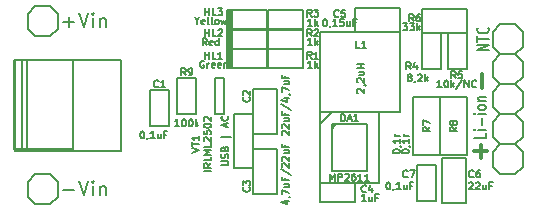
<source format=gto>
G04 #@! TF.GenerationSoftware,KiCad,Pcbnew,(5.1.5)-1*
G04 #@! TF.CreationDate,2020-06-21T00:53:37+02:00*
G04 #@! TF.ProjectId,MP2611,4d503236-3131-42e6-9b69-6361645f7063,rev?*
G04 #@! TF.SameCoordinates,Original*
G04 #@! TF.FileFunction,Legend,Top*
G04 #@! TF.FilePolarity,Positive*
%FSLAX45Y45*%
G04 Gerber Fmt 4.5, Leading zero omitted, Abs format (unit mm)*
G04 Created by KiCad (PCBNEW (5.1.5)-1) date 2020-06-21 00:53:37*
%MOMM*%
%LPD*%
G04 APERTURE LIST*
%ADD10C,0.300000*%
%ADD11C,0.150000*%
%ADD12C,0.127000*%
%ADD13C,0.149860*%
%ADD14C,0.158750*%
%ADD15C,0.160020*%
G04 APERTURE END LIST*
D10*
X12659914Y-5848343D02*
X12659914Y-5734057D01*
X12592057Y-6386114D02*
X12706343Y-6386114D01*
X12649200Y-6443257D02*
X12649200Y-6328971D01*
D11*
X8806400Y-5609400D02*
X8806400Y-6379400D01*
X8706400Y-5609400D02*
X8706400Y-6379400D01*
X9606400Y-6379400D02*
X8706400Y-6379400D01*
X9606400Y-5609400D02*
X9606400Y-6379400D01*
X8706400Y-5609400D02*
X9606400Y-5609400D01*
X8695000Y-6365000D02*
X8695000Y-5615000D01*
X9195000Y-6365000D02*
X8695000Y-6365000D01*
X8695000Y-5615000D02*
X9195000Y-5615000D01*
X8765000Y-6365000D02*
X8765000Y-5615000D01*
X9195000Y-6365000D02*
X9195000Y-5615000D01*
X12814300Y-5816600D02*
X12750800Y-5753100D01*
X12941300Y-5816600D02*
X12814300Y-5816600D01*
X13004800Y-5753100D02*
X13004800Y-5626100D01*
X12750800Y-5753100D02*
X12750800Y-5626100D01*
X13004800Y-5626100D02*
X12941300Y-5562600D01*
X12941300Y-5816600D02*
X13004800Y-5753100D01*
X12750800Y-5626100D02*
X12814300Y-5562600D01*
X12750800Y-5372100D02*
X12814300Y-5308600D01*
X12941300Y-5562600D02*
X13004800Y-5499100D01*
X13004800Y-5372100D02*
X12941300Y-5308600D01*
X12814300Y-5308600D02*
X12941300Y-5308600D01*
X12750800Y-5499100D02*
X12750800Y-5372100D01*
X13004800Y-5499100D02*
X13004800Y-5372100D01*
X12941300Y-5562600D02*
X12814300Y-5562600D01*
X12814300Y-5562600D02*
X12750800Y-5499100D01*
X12941300Y-5816600D02*
X13004800Y-5880100D01*
X12814300Y-5816600D02*
X12941300Y-5816600D01*
X12750800Y-5880100D02*
X12750800Y-6007100D01*
X13004800Y-5880100D02*
X13004800Y-6007100D01*
X12750800Y-6007100D02*
X12814300Y-6070600D01*
X12814300Y-5816600D02*
X12750800Y-5880100D01*
X13004800Y-6007100D02*
X12941300Y-6070600D01*
X13004800Y-6261100D02*
X12941300Y-6324600D01*
X12814300Y-6070600D02*
X12750800Y-6134100D01*
X12750800Y-6261100D02*
X12814300Y-6324600D01*
X12941300Y-6324600D02*
X12814300Y-6324600D01*
X13004800Y-6134100D02*
X13004800Y-6261100D01*
X12750800Y-6134100D02*
X12750800Y-6261100D01*
X12814300Y-6070600D02*
X12941300Y-6070600D01*
X12941300Y-6070600D02*
X13004800Y-6134100D01*
X8813800Y-5219700D02*
X8813800Y-5346700D01*
X9067800Y-5219700D02*
X9067800Y-5346700D01*
X9004300Y-5156200D02*
X8877300Y-5156200D01*
X9004300Y-5410200D02*
X8877300Y-5410200D01*
X9067800Y-5346700D02*
X9004300Y-5410200D01*
X9067800Y-5219700D02*
X9004300Y-5156200D01*
X8877300Y-5156200D02*
X8813800Y-5219700D01*
X8813800Y-5346700D02*
X8877300Y-5410200D01*
X8813800Y-6642100D02*
X8813800Y-6769100D01*
X9067800Y-6642100D02*
X9067800Y-6769100D01*
X9004300Y-6578600D02*
X8877300Y-6578600D01*
X9004300Y-6832600D02*
X8877300Y-6832600D01*
X9067800Y-6769100D02*
X9004300Y-6832600D01*
X9067800Y-6642100D02*
X9004300Y-6578600D01*
X8877300Y-6578600D02*
X8813800Y-6642100D01*
X8813800Y-6769100D02*
X8877300Y-6832600D01*
X12750800Y-6388100D02*
X12750800Y-6515100D01*
X13004800Y-6388100D02*
X13004800Y-6515100D01*
X12941300Y-6324600D02*
X12814300Y-6324600D01*
X12941300Y-6578600D02*
X12814300Y-6578600D01*
X13004800Y-6515100D02*
X12941300Y-6578600D01*
X13004800Y-6388100D02*
X12941300Y-6324600D01*
X12814300Y-6324600D02*
X12750800Y-6388100D01*
X12750800Y-6515100D02*
X12814300Y-6578600D01*
X11688210Y-6153810D02*
X11688210Y-6553810D01*
X11388210Y-6153810D02*
X11688210Y-6153810D01*
X11388210Y-6553810D02*
X11388210Y-6153810D01*
X11688210Y-6553810D02*
X11388210Y-6553810D01*
X11788210Y-6053810D02*
X11788210Y-6653810D01*
X11288210Y-6053810D02*
X11288210Y-6653810D01*
X11788210Y-6053810D02*
X11288210Y-6053810D01*
X11788210Y-6653810D02*
X11288210Y-6653810D01*
X11428210Y-6153810D02*
X11388210Y-6193810D01*
X11408210Y-6153810D02*
X11388210Y-6173810D01*
X11388210Y-6053810D02*
X11288210Y-6153810D01*
X9931400Y-6169800D02*
X9851400Y-6169800D01*
X9851400Y-6169800D02*
X9851400Y-5869800D01*
X9851400Y-5869800D02*
X10011400Y-5869800D01*
X10011400Y-5869800D02*
X10011400Y-6169800D01*
X10011400Y-6169800D02*
X9931400Y-6169800D01*
X10720400Y-6235200D02*
X10720400Y-5855200D01*
X10720400Y-5855200D02*
X10920400Y-5855200D01*
X10920400Y-5855200D02*
X10920400Y-6235200D01*
X10920400Y-6235200D02*
X10720400Y-6235200D01*
X10920400Y-6363200D02*
X10920400Y-6743200D01*
X10920400Y-6743200D02*
X10720400Y-6743200D01*
X10720400Y-6743200D02*
X10720400Y-6363200D01*
X10720400Y-6363200D02*
X10920400Y-6363200D01*
X11288120Y-6732990D02*
X11288120Y-6652990D01*
X11288120Y-6652990D02*
X11588120Y-6652990D01*
X11588120Y-6652990D02*
X11588120Y-6812990D01*
X11588120Y-6812990D02*
X11288120Y-6812990D01*
X11288120Y-6812990D02*
X11288120Y-6732990D01*
X11587800Y-5172570D02*
X11967800Y-5172570D01*
X11967800Y-5172570D02*
X11967800Y-5372570D01*
X11967800Y-5372570D02*
X11587800Y-5372570D01*
X11587800Y-5372570D02*
X11587800Y-5172570D01*
X12520600Y-6439400D02*
X12520600Y-6819400D01*
X12520600Y-6819400D02*
X12320600Y-6819400D01*
X12320600Y-6819400D02*
X12320600Y-6439400D01*
X12320600Y-6439400D02*
X12520600Y-6439400D01*
X12192000Y-6504800D02*
X12272000Y-6504800D01*
X12272000Y-6504800D02*
X12272000Y-6804800D01*
X12272000Y-6804800D02*
X12112000Y-6804800D01*
X12112000Y-6804800D02*
X12112000Y-6504800D01*
X12112000Y-6504800D02*
X12192000Y-6504800D01*
X10523400Y-5680700D02*
X10503400Y-5680700D01*
X10503400Y-5680700D02*
X10503400Y-5520700D01*
X10503400Y-5520700D02*
X10523400Y-5520700D01*
X10543400Y-5680700D02*
X10528400Y-5680700D01*
X10528400Y-5680700D02*
X10528400Y-5520700D01*
X10528400Y-5520700D02*
X10543400Y-5520700D01*
X10543400Y-5520700D02*
X10518400Y-5520700D01*
X10518400Y-5520700D02*
X10518400Y-5680700D01*
X10518400Y-5680700D02*
X10528400Y-5680700D01*
X10843400Y-5600700D02*
X10843400Y-5680700D01*
X10843400Y-5680700D02*
X10543400Y-5680700D01*
X10543400Y-5680700D02*
X10543400Y-5520700D01*
X10543400Y-5520700D02*
X10843400Y-5520700D01*
X10843400Y-5520700D02*
X10843400Y-5610700D01*
X10523400Y-5515600D02*
X10503400Y-5515600D01*
X10503400Y-5515600D02*
X10503400Y-5355600D01*
X10503400Y-5355600D02*
X10523400Y-5355600D01*
X10543400Y-5515600D02*
X10528400Y-5515600D01*
X10528400Y-5515600D02*
X10528400Y-5355600D01*
X10528400Y-5355600D02*
X10543400Y-5355600D01*
X10543400Y-5355600D02*
X10518400Y-5355600D01*
X10518400Y-5355600D02*
X10518400Y-5515600D01*
X10518400Y-5515600D02*
X10528400Y-5515600D01*
X10843400Y-5435600D02*
X10843400Y-5515600D01*
X10843400Y-5515600D02*
X10543400Y-5515600D01*
X10543400Y-5515600D02*
X10543400Y-5355600D01*
X10543400Y-5355600D02*
X10843400Y-5355600D01*
X10843400Y-5355600D02*
X10843400Y-5445600D01*
X10523400Y-5350500D02*
X10503400Y-5350500D01*
X10503400Y-5350500D02*
X10503400Y-5190500D01*
X10503400Y-5190500D02*
X10523400Y-5190500D01*
X10543400Y-5350500D02*
X10528400Y-5350500D01*
X10528400Y-5350500D02*
X10528400Y-5190500D01*
X10528400Y-5190500D02*
X10543400Y-5190500D01*
X10543400Y-5190500D02*
X10518400Y-5190500D01*
X10518400Y-5190500D02*
X10518400Y-5350500D01*
X10518400Y-5350500D02*
X10528400Y-5350500D01*
X10843400Y-5270500D02*
X10843400Y-5350500D01*
X10843400Y-5350500D02*
X10543400Y-5350500D01*
X10543400Y-5350500D02*
X10543400Y-5190500D01*
X10543400Y-5190500D02*
X10843400Y-5190500D01*
X10843400Y-5190500D02*
X10843400Y-5280500D01*
X11968630Y-5373780D02*
X11968630Y-6053780D01*
X11968630Y-6053780D02*
X11288630Y-6053780D01*
X11288630Y-6053780D02*
X11288630Y-5373780D01*
X11288630Y-5373780D02*
X11968630Y-5373780D01*
X10848200Y-5600700D02*
X10848200Y-5520700D01*
X10848200Y-5520700D02*
X11148200Y-5520700D01*
X11148200Y-5520700D02*
X11148200Y-5680700D01*
X11148200Y-5680700D02*
X10848200Y-5680700D01*
X10848200Y-5680700D02*
X10848200Y-5600700D01*
X11148200Y-5435600D02*
X11148200Y-5515600D01*
X11148200Y-5515600D02*
X10848200Y-5515600D01*
X10848200Y-5515600D02*
X10848200Y-5355600D01*
X10848200Y-5355600D02*
X11148200Y-5355600D01*
X11148200Y-5355600D02*
X11148200Y-5435600D01*
X11148200Y-5270500D02*
X11148200Y-5350500D01*
X11148200Y-5350500D02*
X10848200Y-5350500D01*
X10848200Y-5350500D02*
X10848200Y-5190500D01*
X10848200Y-5190500D02*
X11148200Y-5190500D01*
X11148200Y-5190500D02*
X11148200Y-5270500D01*
X12235000Y-5387200D02*
X12315000Y-5387200D01*
X12315000Y-5387200D02*
X12315000Y-5687200D01*
X12315000Y-5687200D02*
X12155000Y-5687200D01*
X12155000Y-5687200D02*
X12155000Y-5387200D01*
X12155000Y-5387200D02*
X12235000Y-5387200D01*
X12455200Y-5685900D02*
X12375200Y-5685900D01*
X12375200Y-5685900D02*
X12375200Y-5385900D01*
X12375200Y-5385900D02*
X12535200Y-5385900D01*
X12535200Y-5385900D02*
X12535200Y-5685900D01*
X12535200Y-5685900D02*
X12455200Y-5685900D01*
X12534400Y-5281330D02*
X12534400Y-5381330D01*
X12534400Y-5381330D02*
X12154400Y-5381330D01*
X12154400Y-5381330D02*
X12154400Y-5181330D01*
X12154400Y-5181330D02*
X12534400Y-5181330D01*
X12534400Y-5181330D02*
X12534400Y-5301330D01*
X12304100Y-5925200D02*
X12074100Y-5925200D01*
X12304100Y-5925200D02*
X12304100Y-6419200D01*
X12304100Y-6419200D02*
X12074100Y-6419200D01*
X12074100Y-6419200D02*
X12074100Y-5925200D01*
X12535600Y-5925200D02*
X12305600Y-5925200D01*
X12535600Y-5925200D02*
X12535600Y-6419200D01*
X12535600Y-6419200D02*
X12305600Y-6419200D01*
X12305600Y-6419200D02*
X12305600Y-5925200D01*
X10637400Y-6067480D02*
X10717400Y-6067480D01*
X10717400Y-6067480D02*
X10717400Y-6527480D01*
X10717400Y-6527480D02*
X10557400Y-6527480D01*
X10557400Y-6527480D02*
X10557400Y-6067480D01*
X10557400Y-6067480D02*
X10637400Y-6067480D01*
X10160000Y-5768200D02*
X10240000Y-5768200D01*
X10240000Y-5768200D02*
X10240000Y-6068200D01*
X10240000Y-6068200D02*
X10080000Y-6068200D01*
X10080000Y-6068200D02*
X10080000Y-5768200D01*
X10080000Y-5768200D02*
X10160000Y-5768200D01*
D12*
X10401300Y-6070600D02*
X10401300Y-5765800D01*
X10401300Y-5765800D02*
X10477500Y-5765800D01*
X10477500Y-5765800D02*
X10477500Y-6070600D01*
X10477500Y-6070600D02*
X10401300Y-6070600D01*
D11*
X12719838Y-5528933D02*
X12619838Y-5528933D01*
X12719838Y-5483219D01*
X12619838Y-5483219D01*
X12619838Y-5456552D02*
X12619838Y-5410838D01*
X12719838Y-5433695D02*
X12619838Y-5433695D01*
X12710314Y-5338457D02*
X12715076Y-5342267D01*
X12719838Y-5353695D01*
X12719838Y-5361314D01*
X12715076Y-5372743D01*
X12705552Y-5380362D01*
X12696028Y-5384171D01*
X12676981Y-5387981D01*
X12662695Y-5387981D01*
X12643648Y-5384171D01*
X12634124Y-5380362D01*
X12624600Y-5372743D01*
X12619838Y-5361314D01*
X12619838Y-5353695D01*
X12624600Y-5342267D01*
X12629362Y-5338457D01*
X12694438Y-6231238D02*
X12694438Y-6269333D01*
X12594438Y-6269333D01*
X12694438Y-6204571D02*
X12627771Y-6204571D01*
X12594438Y-6204571D02*
X12599200Y-6208381D01*
X12603962Y-6204571D01*
X12599200Y-6200762D01*
X12594438Y-6204571D01*
X12603962Y-6204571D01*
X12656343Y-6166476D02*
X12656343Y-6105524D01*
X12694438Y-6067428D02*
X12627771Y-6067428D01*
X12594438Y-6067428D02*
X12599200Y-6071238D01*
X12603962Y-6067428D01*
X12599200Y-6063619D01*
X12594438Y-6067428D01*
X12603962Y-6067428D01*
X12694438Y-6017905D02*
X12689676Y-6025524D01*
X12684914Y-6029333D01*
X12675390Y-6033143D01*
X12646819Y-6033143D01*
X12637295Y-6029333D01*
X12632533Y-6025524D01*
X12627771Y-6017905D01*
X12627771Y-6006476D01*
X12632533Y-5998857D01*
X12637295Y-5995048D01*
X12646819Y-5991238D01*
X12675390Y-5991238D01*
X12684914Y-5995048D01*
X12689676Y-5998857D01*
X12694438Y-6006476D01*
X12694438Y-6017905D01*
X12627771Y-5956952D02*
X12694438Y-5956952D01*
X12637295Y-5956952D02*
X12632533Y-5953143D01*
X12627771Y-5945524D01*
X12627771Y-5934095D01*
X12632533Y-5926476D01*
X12642057Y-5922667D01*
X12694438Y-5922667D01*
X9116400Y-5291771D02*
X9207829Y-5291771D01*
X9162114Y-5337486D02*
X9162114Y-5246057D01*
X9247829Y-5217486D02*
X9287829Y-5337486D01*
X9327829Y-5217486D01*
X9367829Y-5337486D02*
X9367829Y-5257486D01*
X9367829Y-5217486D02*
X9362114Y-5223200D01*
X9367829Y-5228914D01*
X9373543Y-5223200D01*
X9367829Y-5217486D01*
X9367829Y-5228914D01*
X9424971Y-5257486D02*
X9424971Y-5337486D01*
X9424971Y-5268914D02*
X9430686Y-5263200D01*
X9442114Y-5257486D01*
X9459257Y-5257486D01*
X9470686Y-5263200D01*
X9476400Y-5274629D01*
X9476400Y-5337486D01*
X9116400Y-6714171D02*
X9207829Y-6714171D01*
X9247829Y-6639886D02*
X9287829Y-6759886D01*
X9327829Y-6639886D01*
X9367829Y-6759886D02*
X9367829Y-6679886D01*
X9367829Y-6639886D02*
X9362114Y-6645600D01*
X9367829Y-6651314D01*
X9373543Y-6645600D01*
X9367829Y-6639886D01*
X9367829Y-6651314D01*
X9424971Y-6679886D02*
X9424971Y-6759886D01*
X9424971Y-6691314D02*
X9430686Y-6685600D01*
X9442114Y-6679886D01*
X9459257Y-6679886D01*
X9470686Y-6685600D01*
X9476400Y-6697028D01*
X9476400Y-6759886D01*
X11468210Y-6133303D02*
X11468210Y-6073303D01*
X11482496Y-6073303D01*
X11491067Y-6076160D01*
X11496781Y-6081874D01*
X11499638Y-6087588D01*
X11502496Y-6099017D01*
X11502496Y-6107588D01*
X11499638Y-6119017D01*
X11496781Y-6124731D01*
X11491067Y-6130446D01*
X11482496Y-6133303D01*
X11468210Y-6133303D01*
X11525353Y-6116160D02*
X11553924Y-6116160D01*
X11519638Y-6133303D02*
X11539638Y-6073303D01*
X11559638Y-6133303D01*
X11611067Y-6133303D02*
X11576781Y-6133303D01*
X11593924Y-6133303D02*
X11593924Y-6073303D01*
X11588210Y-6081874D01*
X11582496Y-6087588D01*
X11576781Y-6090446D01*
X11373924Y-6634953D02*
X11373924Y-6574953D01*
X11393924Y-6617810D01*
X11413924Y-6574953D01*
X11413924Y-6634953D01*
X11442496Y-6634953D02*
X11442496Y-6574953D01*
X11465353Y-6574953D01*
X11471067Y-6577810D01*
X11473924Y-6580667D01*
X11476781Y-6586381D01*
X11476781Y-6594953D01*
X11473924Y-6600667D01*
X11471067Y-6603524D01*
X11465353Y-6606381D01*
X11442496Y-6606381D01*
X11499638Y-6580667D02*
X11502496Y-6577810D01*
X11508210Y-6574953D01*
X11522496Y-6574953D01*
X11528210Y-6577810D01*
X11531067Y-6580667D01*
X11533924Y-6586381D01*
X11533924Y-6592096D01*
X11531067Y-6600667D01*
X11496781Y-6634953D01*
X11533924Y-6634953D01*
X11585353Y-6574953D02*
X11573924Y-6574953D01*
X11568210Y-6577810D01*
X11565353Y-6580667D01*
X11559638Y-6589238D01*
X11556781Y-6600667D01*
X11556781Y-6623524D01*
X11559638Y-6629238D01*
X11562496Y-6632096D01*
X11568210Y-6634953D01*
X11579638Y-6634953D01*
X11585353Y-6632096D01*
X11588210Y-6629238D01*
X11591067Y-6623524D01*
X11591067Y-6609238D01*
X11588210Y-6603524D01*
X11585353Y-6600667D01*
X11579638Y-6597810D01*
X11568210Y-6597810D01*
X11562496Y-6600667D01*
X11559638Y-6603524D01*
X11556781Y-6609238D01*
X11648210Y-6634953D02*
X11613924Y-6634953D01*
X11631067Y-6634953D02*
X11631067Y-6574953D01*
X11625353Y-6583524D01*
X11619638Y-6589238D01*
X11613924Y-6592096D01*
X11705353Y-6634953D02*
X11671067Y-6634953D01*
X11688210Y-6634953D02*
X11688210Y-6574953D01*
X11682496Y-6583524D01*
X11676781Y-6589238D01*
X11671067Y-6592096D01*
X9921400Y-5838028D02*
X9918543Y-5840886D01*
X9909971Y-5843743D01*
X9904257Y-5843743D01*
X9895686Y-5840886D01*
X9889971Y-5835171D01*
X9887114Y-5829457D01*
X9884257Y-5818028D01*
X9884257Y-5809457D01*
X9887114Y-5798028D01*
X9889971Y-5792314D01*
X9895686Y-5786600D01*
X9904257Y-5783743D01*
X9909971Y-5783743D01*
X9918543Y-5786600D01*
X9921400Y-5789457D01*
X9978543Y-5843743D02*
X9944257Y-5843743D01*
X9961400Y-5843743D02*
X9961400Y-5783743D01*
X9955686Y-5792314D01*
X9949971Y-5798028D01*
X9944257Y-5800886D01*
X9782029Y-6215543D02*
X9787743Y-6215543D01*
X9793457Y-6218400D01*
X9796314Y-6221257D01*
X9799171Y-6226971D01*
X9802029Y-6238400D01*
X9802029Y-6252686D01*
X9799171Y-6264114D01*
X9796314Y-6269828D01*
X9793457Y-6272686D01*
X9787743Y-6275543D01*
X9782029Y-6275543D01*
X9776314Y-6272686D01*
X9773457Y-6269828D01*
X9770600Y-6264114D01*
X9767743Y-6252686D01*
X9767743Y-6238400D01*
X9770600Y-6226971D01*
X9773457Y-6221257D01*
X9776314Y-6218400D01*
X9782029Y-6215543D01*
X9830600Y-6272686D02*
X9830600Y-6275543D01*
X9827743Y-6281257D01*
X9824886Y-6284114D01*
X9887743Y-6275543D02*
X9853457Y-6275543D01*
X9870600Y-6275543D02*
X9870600Y-6215543D01*
X9864886Y-6224114D01*
X9859171Y-6229828D01*
X9853457Y-6232686D01*
X9939171Y-6235543D02*
X9939171Y-6275543D01*
X9913457Y-6235543D02*
X9913457Y-6266971D01*
X9916314Y-6272686D01*
X9922029Y-6275543D01*
X9930600Y-6275543D01*
X9936314Y-6272686D01*
X9939171Y-6269828D01*
X9987743Y-6244114D02*
X9967743Y-6244114D01*
X9967743Y-6275543D02*
X9967743Y-6215543D01*
X9996314Y-6215543D01*
X10689429Y-5928200D02*
X10692286Y-5931057D01*
X10695143Y-5939628D01*
X10695143Y-5945343D01*
X10692286Y-5953914D01*
X10686571Y-5959628D01*
X10680857Y-5962486D01*
X10669429Y-5965343D01*
X10660857Y-5965343D01*
X10649429Y-5962486D01*
X10643714Y-5959628D01*
X10638000Y-5953914D01*
X10635143Y-5945343D01*
X10635143Y-5939628D01*
X10638000Y-5931057D01*
X10640857Y-5928200D01*
X10640857Y-5905343D02*
X10638000Y-5902486D01*
X10635143Y-5896771D01*
X10635143Y-5882486D01*
X10638000Y-5876771D01*
X10640857Y-5873914D01*
X10646571Y-5871057D01*
X10652286Y-5871057D01*
X10660857Y-5873914D01*
X10695143Y-5908200D01*
X10695143Y-5871057D01*
X10971057Y-6248686D02*
X10968200Y-6245828D01*
X10965343Y-6240114D01*
X10965343Y-6225828D01*
X10968200Y-6220114D01*
X10971057Y-6217257D01*
X10976771Y-6214400D01*
X10982486Y-6214400D01*
X10991057Y-6217257D01*
X11025343Y-6251543D01*
X11025343Y-6214400D01*
X10971057Y-6191543D02*
X10968200Y-6188686D01*
X10965343Y-6182971D01*
X10965343Y-6168686D01*
X10968200Y-6162971D01*
X10971057Y-6160114D01*
X10976771Y-6157257D01*
X10982486Y-6157257D01*
X10991057Y-6160114D01*
X11025343Y-6194400D01*
X11025343Y-6157257D01*
X10985343Y-6105828D02*
X11025343Y-6105828D01*
X10985343Y-6131543D02*
X11016771Y-6131543D01*
X11022486Y-6128686D01*
X11025343Y-6122971D01*
X11025343Y-6114400D01*
X11022486Y-6108686D01*
X11019629Y-6105828D01*
X10993914Y-6057257D02*
X10993914Y-6077257D01*
X11025343Y-6077257D02*
X10965343Y-6077257D01*
X10965343Y-6048686D01*
X10962486Y-5982971D02*
X11039629Y-6034400D01*
X10985343Y-5937257D02*
X11025343Y-5937257D01*
X10962486Y-5951543D02*
X11005343Y-5965828D01*
X11005343Y-5928686D01*
X11022486Y-5902971D02*
X11025343Y-5902971D01*
X11031057Y-5905828D01*
X11033914Y-5908686D01*
X10965343Y-5882971D02*
X10965343Y-5842971D01*
X11025343Y-5868686D01*
X10985343Y-5794400D02*
X11025343Y-5794400D01*
X10985343Y-5820114D02*
X11016771Y-5820114D01*
X11022486Y-5817257D01*
X11025343Y-5811543D01*
X11025343Y-5802971D01*
X11022486Y-5797257D01*
X11019629Y-5794400D01*
X10993914Y-5745828D02*
X10993914Y-5765828D01*
X11025343Y-5765828D02*
X10965343Y-5765828D01*
X10965343Y-5737257D01*
X10689429Y-6690200D02*
X10692286Y-6693057D01*
X10695143Y-6701628D01*
X10695143Y-6707343D01*
X10692286Y-6715914D01*
X10686571Y-6721628D01*
X10680857Y-6724486D01*
X10669429Y-6727343D01*
X10660857Y-6727343D01*
X10649429Y-6724486D01*
X10643714Y-6721628D01*
X10638000Y-6715914D01*
X10635143Y-6707343D01*
X10635143Y-6701628D01*
X10638000Y-6693057D01*
X10640857Y-6690200D01*
X10635143Y-6670200D02*
X10635143Y-6633057D01*
X10658000Y-6653057D01*
X10658000Y-6644486D01*
X10660857Y-6638771D01*
X10663714Y-6635914D01*
X10669429Y-6633057D01*
X10683714Y-6633057D01*
X10689429Y-6635914D01*
X10692286Y-6638771D01*
X10695143Y-6644486D01*
X10695143Y-6661628D01*
X10692286Y-6667343D01*
X10689429Y-6670200D01*
X10985343Y-6804314D02*
X11025343Y-6804314D01*
X10962486Y-6818600D02*
X11005343Y-6832886D01*
X11005343Y-6795743D01*
X11022486Y-6770028D02*
X11025343Y-6770028D01*
X11031057Y-6772886D01*
X11033914Y-6775743D01*
X10965343Y-6750028D02*
X10965343Y-6710028D01*
X11025343Y-6735743D01*
X10985343Y-6661457D02*
X11025343Y-6661457D01*
X10985343Y-6687171D02*
X11016771Y-6687171D01*
X11022486Y-6684314D01*
X11025343Y-6678600D01*
X11025343Y-6670028D01*
X11022486Y-6664314D01*
X11019629Y-6661457D01*
X10993914Y-6612886D02*
X10993914Y-6632886D01*
X11025343Y-6632886D02*
X10965343Y-6632886D01*
X10965343Y-6604314D01*
X10962486Y-6538600D02*
X11039629Y-6590028D01*
X10971057Y-6521457D02*
X10968200Y-6518600D01*
X10965343Y-6512886D01*
X10965343Y-6498600D01*
X10968200Y-6492886D01*
X10971057Y-6490028D01*
X10976771Y-6487171D01*
X10982486Y-6487171D01*
X10991057Y-6490028D01*
X11025343Y-6524314D01*
X11025343Y-6487171D01*
X10971057Y-6464314D02*
X10968200Y-6461457D01*
X10965343Y-6455743D01*
X10965343Y-6441457D01*
X10968200Y-6435743D01*
X10971057Y-6432886D01*
X10976771Y-6430028D01*
X10982486Y-6430028D01*
X10991057Y-6432886D01*
X11025343Y-6467171D01*
X11025343Y-6430028D01*
X10985343Y-6378600D02*
X11025343Y-6378600D01*
X10985343Y-6404314D02*
X11016771Y-6404314D01*
X11022486Y-6401457D01*
X11025343Y-6395743D01*
X11025343Y-6387171D01*
X11022486Y-6381457D01*
X11019629Y-6378600D01*
X10993914Y-6330028D02*
X10993914Y-6350028D01*
X11025343Y-6350028D02*
X10965343Y-6350028D01*
X10965343Y-6321457D01*
X11676920Y-6727298D02*
X11674063Y-6730156D01*
X11665491Y-6733013D01*
X11659777Y-6733013D01*
X11651206Y-6730156D01*
X11645491Y-6724441D01*
X11642634Y-6718727D01*
X11639777Y-6707298D01*
X11639777Y-6698727D01*
X11642634Y-6687298D01*
X11645491Y-6681584D01*
X11651206Y-6675870D01*
X11659777Y-6673013D01*
X11665491Y-6673013D01*
X11674063Y-6675870D01*
X11676920Y-6678727D01*
X11728348Y-6693013D02*
X11728348Y-6733013D01*
X11714063Y-6670156D02*
X11699777Y-6713013D01*
X11736920Y-6713013D01*
X11676606Y-6809213D02*
X11642320Y-6809213D01*
X11659463Y-6809213D02*
X11659463Y-6749213D01*
X11653748Y-6757784D01*
X11648034Y-6763498D01*
X11642320Y-6766356D01*
X11728034Y-6769213D02*
X11728034Y-6809213D01*
X11702320Y-6769213D02*
X11702320Y-6800641D01*
X11705177Y-6806356D01*
X11710891Y-6809213D01*
X11719463Y-6809213D01*
X11725177Y-6806356D01*
X11728034Y-6803498D01*
X11776606Y-6777784D02*
X11756606Y-6777784D01*
X11756606Y-6809213D02*
X11756606Y-6749213D01*
X11785177Y-6749213D01*
X11445440Y-5243199D02*
X11442583Y-5246056D01*
X11434011Y-5248913D01*
X11428297Y-5248913D01*
X11419726Y-5246056D01*
X11414011Y-5240341D01*
X11411154Y-5234627D01*
X11408297Y-5223199D01*
X11408297Y-5214627D01*
X11411154Y-5203199D01*
X11414011Y-5197484D01*
X11419726Y-5191770D01*
X11428297Y-5188913D01*
X11434011Y-5188913D01*
X11442583Y-5191770D01*
X11445440Y-5194627D01*
X11499726Y-5188913D02*
X11471154Y-5188913D01*
X11468297Y-5217484D01*
X11471154Y-5214627D01*
X11476868Y-5211770D01*
X11491154Y-5211770D01*
X11496868Y-5214627D01*
X11499726Y-5217484D01*
X11502583Y-5223199D01*
X11502583Y-5237484D01*
X11499726Y-5243199D01*
X11496868Y-5246056D01*
X11491154Y-5248913D01*
X11476868Y-5248913D01*
X11471154Y-5246056D01*
X11468297Y-5243199D01*
X11328297Y-5265113D02*
X11334011Y-5265113D01*
X11339726Y-5267970D01*
X11342583Y-5270827D01*
X11345440Y-5276541D01*
X11348297Y-5287970D01*
X11348297Y-5302256D01*
X11345440Y-5313684D01*
X11342583Y-5319399D01*
X11339726Y-5322256D01*
X11334011Y-5325113D01*
X11328297Y-5325113D01*
X11322583Y-5322256D01*
X11319726Y-5319399D01*
X11316868Y-5313684D01*
X11314011Y-5302256D01*
X11314011Y-5287970D01*
X11316868Y-5276541D01*
X11319726Y-5270827D01*
X11322583Y-5267970D01*
X11328297Y-5265113D01*
X11376868Y-5322256D02*
X11376868Y-5325113D01*
X11374011Y-5330827D01*
X11371154Y-5333684D01*
X11434011Y-5325113D02*
X11399726Y-5325113D01*
X11416868Y-5325113D02*
X11416868Y-5265113D01*
X11411154Y-5273684D01*
X11405440Y-5279399D01*
X11399726Y-5282256D01*
X11488297Y-5265113D02*
X11459726Y-5265113D01*
X11456868Y-5293684D01*
X11459726Y-5290827D01*
X11465440Y-5287970D01*
X11479726Y-5287970D01*
X11485440Y-5290827D01*
X11488297Y-5293684D01*
X11491154Y-5299399D01*
X11491154Y-5313684D01*
X11488297Y-5319399D01*
X11485440Y-5322256D01*
X11479726Y-5325113D01*
X11465440Y-5325113D01*
X11459726Y-5322256D01*
X11456868Y-5319399D01*
X11542583Y-5285113D02*
X11542583Y-5325113D01*
X11516868Y-5285113D02*
X11516868Y-5316541D01*
X11519726Y-5322256D01*
X11525440Y-5325113D01*
X11534011Y-5325113D01*
X11539726Y-5322256D01*
X11542583Y-5319399D01*
X11591154Y-5293684D02*
X11571154Y-5293684D01*
X11571154Y-5325113D02*
X11571154Y-5265113D01*
X11599726Y-5265113D01*
X12588400Y-6600028D02*
X12585543Y-6602886D01*
X12576971Y-6605743D01*
X12571257Y-6605743D01*
X12562686Y-6602886D01*
X12556971Y-6597171D01*
X12554114Y-6591457D01*
X12551257Y-6580028D01*
X12551257Y-6571457D01*
X12554114Y-6560028D01*
X12556971Y-6554314D01*
X12562686Y-6548600D01*
X12571257Y-6545743D01*
X12576971Y-6545743D01*
X12585543Y-6548600D01*
X12588400Y-6551457D01*
X12639828Y-6545743D02*
X12628400Y-6545743D01*
X12622686Y-6548600D01*
X12619828Y-6551457D01*
X12614114Y-6560028D01*
X12611257Y-6571457D01*
X12611257Y-6594314D01*
X12614114Y-6600028D01*
X12616971Y-6602886D01*
X12622686Y-6605743D01*
X12634114Y-6605743D01*
X12639828Y-6602886D01*
X12642686Y-6600028D01*
X12645543Y-6594314D01*
X12645543Y-6580028D01*
X12642686Y-6574314D01*
X12639828Y-6571457D01*
X12634114Y-6568600D01*
X12622686Y-6568600D01*
X12616971Y-6571457D01*
X12614114Y-6574314D01*
X12611257Y-6580028D01*
X12550628Y-6653057D02*
X12553486Y-6650200D01*
X12559200Y-6647343D01*
X12573486Y-6647343D01*
X12579200Y-6650200D01*
X12582057Y-6653057D01*
X12584914Y-6658771D01*
X12584914Y-6664486D01*
X12582057Y-6673057D01*
X12547771Y-6707343D01*
X12584914Y-6707343D01*
X12607771Y-6653057D02*
X12610628Y-6650200D01*
X12616343Y-6647343D01*
X12630628Y-6647343D01*
X12636343Y-6650200D01*
X12639200Y-6653057D01*
X12642057Y-6658771D01*
X12642057Y-6664486D01*
X12639200Y-6673057D01*
X12604914Y-6707343D01*
X12642057Y-6707343D01*
X12693486Y-6667343D02*
X12693486Y-6707343D01*
X12667771Y-6667343D02*
X12667771Y-6698771D01*
X12670628Y-6704486D01*
X12676343Y-6707343D01*
X12684914Y-6707343D01*
X12690628Y-6704486D01*
X12693486Y-6701628D01*
X12742057Y-6675914D02*
X12722057Y-6675914D01*
X12722057Y-6707343D02*
X12722057Y-6647343D01*
X12750628Y-6647343D01*
X12029600Y-6600028D02*
X12026743Y-6602886D01*
X12018171Y-6605743D01*
X12012457Y-6605743D01*
X12003886Y-6602886D01*
X11998171Y-6597171D01*
X11995314Y-6591457D01*
X11992457Y-6580028D01*
X11992457Y-6571457D01*
X11995314Y-6560028D01*
X11998171Y-6554314D01*
X12003886Y-6548600D01*
X12012457Y-6545743D01*
X12018171Y-6545743D01*
X12026743Y-6548600D01*
X12029600Y-6551457D01*
X12049600Y-6545743D02*
X12089600Y-6545743D01*
X12063886Y-6605743D01*
X11864828Y-6647343D02*
X11870543Y-6647343D01*
X11876257Y-6650200D01*
X11879114Y-6653057D01*
X11881971Y-6658771D01*
X11884828Y-6670200D01*
X11884828Y-6684486D01*
X11881971Y-6695914D01*
X11879114Y-6701628D01*
X11876257Y-6704486D01*
X11870543Y-6707343D01*
X11864828Y-6707343D01*
X11859114Y-6704486D01*
X11856257Y-6701628D01*
X11853400Y-6695914D01*
X11850543Y-6684486D01*
X11850543Y-6670200D01*
X11853400Y-6658771D01*
X11856257Y-6653057D01*
X11859114Y-6650200D01*
X11864828Y-6647343D01*
X11913400Y-6704486D02*
X11913400Y-6707343D01*
X11910543Y-6713057D01*
X11907686Y-6715914D01*
X11970543Y-6707343D02*
X11936257Y-6707343D01*
X11953400Y-6707343D02*
X11953400Y-6647343D01*
X11947686Y-6655914D01*
X11941971Y-6661628D01*
X11936257Y-6664486D01*
X12021971Y-6667343D02*
X12021971Y-6707343D01*
X11996257Y-6667343D02*
X11996257Y-6698771D01*
X11999114Y-6704486D01*
X12004828Y-6707343D01*
X12013400Y-6707343D01*
X12019114Y-6704486D01*
X12021971Y-6701628D01*
X12070543Y-6675914D02*
X12050543Y-6675914D01*
X12050543Y-6707343D02*
X12050543Y-6647343D01*
X12079114Y-6647343D01*
X10318600Y-5602443D02*
X10318600Y-5542443D01*
X10318600Y-5571014D02*
X10352886Y-5571014D01*
X10352886Y-5602443D02*
X10352886Y-5542443D01*
X10410029Y-5602443D02*
X10381457Y-5602443D01*
X10381457Y-5542443D01*
X10461457Y-5602443D02*
X10427171Y-5602443D01*
X10444314Y-5602443D02*
X10444314Y-5542443D01*
X10438600Y-5551014D01*
X10432886Y-5556729D01*
X10427171Y-5559586D01*
X10307171Y-5621500D02*
X10301457Y-5618643D01*
X10292886Y-5618643D01*
X10284314Y-5621500D01*
X10278600Y-5627214D01*
X10275743Y-5632928D01*
X10272886Y-5644357D01*
X10272886Y-5652928D01*
X10275743Y-5664357D01*
X10278600Y-5670071D01*
X10284314Y-5675786D01*
X10292886Y-5678643D01*
X10298600Y-5678643D01*
X10307171Y-5675786D01*
X10310029Y-5672928D01*
X10310029Y-5652928D01*
X10298600Y-5652928D01*
X10335743Y-5678643D02*
X10335743Y-5638643D01*
X10335743Y-5650071D02*
X10338600Y-5644357D01*
X10341457Y-5641500D01*
X10347171Y-5638643D01*
X10352886Y-5638643D01*
X10395743Y-5675786D02*
X10390029Y-5678643D01*
X10378600Y-5678643D01*
X10372886Y-5675786D01*
X10370029Y-5670071D01*
X10370029Y-5647214D01*
X10372886Y-5641500D01*
X10378600Y-5638643D01*
X10390029Y-5638643D01*
X10395743Y-5641500D01*
X10398600Y-5647214D01*
X10398600Y-5652928D01*
X10370029Y-5658643D01*
X10447171Y-5675786D02*
X10441457Y-5678643D01*
X10430029Y-5678643D01*
X10424314Y-5675786D01*
X10421457Y-5670071D01*
X10421457Y-5647214D01*
X10424314Y-5641500D01*
X10430029Y-5638643D01*
X10441457Y-5638643D01*
X10447171Y-5641500D01*
X10450029Y-5647214D01*
X10450029Y-5652928D01*
X10421457Y-5658643D01*
X10475743Y-5638643D02*
X10475743Y-5678643D01*
X10475743Y-5644357D02*
X10478600Y-5641500D01*
X10484314Y-5638643D01*
X10492886Y-5638643D01*
X10498600Y-5641500D01*
X10501457Y-5647214D01*
X10501457Y-5678643D01*
X10318600Y-5411943D02*
X10318600Y-5351943D01*
X10318600Y-5380514D02*
X10352886Y-5380514D01*
X10352886Y-5411943D02*
X10352886Y-5351943D01*
X10410029Y-5411943D02*
X10381457Y-5411943D01*
X10381457Y-5351943D01*
X10427171Y-5357657D02*
X10430029Y-5354800D01*
X10435743Y-5351943D01*
X10450029Y-5351943D01*
X10455743Y-5354800D01*
X10458600Y-5357657D01*
X10461457Y-5363371D01*
X10461457Y-5369086D01*
X10458600Y-5377657D01*
X10424314Y-5411943D01*
X10461457Y-5411943D01*
X10328914Y-5488143D02*
X10308914Y-5459571D01*
X10294629Y-5488143D02*
X10294629Y-5428143D01*
X10317486Y-5428143D01*
X10323200Y-5431000D01*
X10326057Y-5433857D01*
X10328914Y-5439571D01*
X10328914Y-5448143D01*
X10326057Y-5453857D01*
X10323200Y-5456714D01*
X10317486Y-5459571D01*
X10294629Y-5459571D01*
X10377486Y-5485286D02*
X10371771Y-5488143D01*
X10360343Y-5488143D01*
X10354629Y-5485286D01*
X10351771Y-5479571D01*
X10351771Y-5456714D01*
X10354629Y-5451000D01*
X10360343Y-5448143D01*
X10371771Y-5448143D01*
X10377486Y-5451000D01*
X10380343Y-5456714D01*
X10380343Y-5462429D01*
X10351771Y-5468143D01*
X10431771Y-5488143D02*
X10431771Y-5428143D01*
X10431771Y-5485286D02*
X10426057Y-5488143D01*
X10414629Y-5488143D01*
X10408914Y-5485286D01*
X10406057Y-5482429D01*
X10403200Y-5476714D01*
X10403200Y-5459571D01*
X10406057Y-5453857D01*
X10408914Y-5451000D01*
X10414629Y-5448143D01*
X10426057Y-5448143D01*
X10431771Y-5451000D01*
X10318600Y-5234143D02*
X10318600Y-5174143D01*
X10318600Y-5202714D02*
X10352886Y-5202714D01*
X10352886Y-5234143D02*
X10352886Y-5174143D01*
X10410029Y-5234143D02*
X10381457Y-5234143D01*
X10381457Y-5174143D01*
X10424314Y-5174143D02*
X10461457Y-5174143D01*
X10441457Y-5197000D01*
X10450029Y-5197000D01*
X10455743Y-5199857D01*
X10458600Y-5202714D01*
X10461457Y-5208429D01*
X10461457Y-5222714D01*
X10458600Y-5228429D01*
X10455743Y-5231286D01*
X10450029Y-5234143D01*
X10432886Y-5234143D01*
X10427171Y-5231286D01*
X10424314Y-5228429D01*
X10247486Y-5281771D02*
X10247486Y-5310343D01*
X10227486Y-5250343D02*
X10247486Y-5281771D01*
X10267486Y-5250343D01*
X10310343Y-5307486D02*
X10304629Y-5310343D01*
X10293200Y-5310343D01*
X10287486Y-5307486D01*
X10284629Y-5301771D01*
X10284629Y-5278914D01*
X10287486Y-5273200D01*
X10293200Y-5270343D01*
X10304629Y-5270343D01*
X10310343Y-5273200D01*
X10313200Y-5278914D01*
X10313200Y-5284629D01*
X10284629Y-5290343D01*
X10347486Y-5310343D02*
X10341771Y-5307486D01*
X10338914Y-5301771D01*
X10338914Y-5250343D01*
X10378914Y-5310343D02*
X10373200Y-5307486D01*
X10370343Y-5301771D01*
X10370343Y-5250343D01*
X10410343Y-5310343D02*
X10404629Y-5307486D01*
X10401771Y-5304629D01*
X10398914Y-5298914D01*
X10398914Y-5281771D01*
X10401771Y-5276057D01*
X10404629Y-5273200D01*
X10410343Y-5270343D01*
X10418914Y-5270343D01*
X10424629Y-5273200D01*
X10427486Y-5276057D01*
X10430343Y-5281771D01*
X10430343Y-5298914D01*
X10427486Y-5304629D01*
X10424629Y-5307486D01*
X10418914Y-5310343D01*
X10410343Y-5310343D01*
X10450343Y-5270343D02*
X10461771Y-5310343D01*
X10473200Y-5281771D01*
X10484629Y-5310343D01*
X10496057Y-5270343D01*
D13*
X11626139Y-5513798D02*
X11597594Y-5513798D01*
X11597594Y-5453854D01*
X11677520Y-5513798D02*
X11643266Y-5513798D01*
X11660393Y-5513798D02*
X11660393Y-5453854D01*
X11654684Y-5462417D01*
X11648975Y-5468126D01*
X11643266Y-5470980D01*
D14*
X11607404Y-5891568D02*
X11604380Y-5888544D01*
X11601356Y-5882497D01*
X11601356Y-5867378D01*
X11604380Y-5861330D01*
X11607404Y-5858306D01*
X11613451Y-5855282D01*
X11619499Y-5855282D01*
X11628570Y-5858306D01*
X11664856Y-5894592D01*
X11664856Y-5855282D01*
X11661832Y-5825044D02*
X11664856Y-5825044D01*
X11670904Y-5828068D01*
X11673928Y-5831092D01*
X11607404Y-5800854D02*
X11604380Y-5797830D01*
X11601356Y-5791782D01*
X11601356Y-5776663D01*
X11604380Y-5770616D01*
X11607404Y-5767592D01*
X11613451Y-5764568D01*
X11619499Y-5764568D01*
X11628570Y-5767592D01*
X11664856Y-5803878D01*
X11664856Y-5764568D01*
X11622523Y-5710139D02*
X11664856Y-5710139D01*
X11622523Y-5737354D02*
X11655785Y-5737354D01*
X11661832Y-5734330D01*
X11664856Y-5728282D01*
X11664856Y-5719211D01*
X11661832Y-5713163D01*
X11658808Y-5710139D01*
X11664856Y-5679901D02*
X11601356Y-5679901D01*
X11631594Y-5679901D02*
X11631594Y-5643616D01*
X11664856Y-5643616D02*
X11601356Y-5643616D01*
D15*
D11*
X11216800Y-5602443D02*
X11196800Y-5573871D01*
X11182514Y-5602443D02*
X11182514Y-5542443D01*
X11205371Y-5542443D01*
X11211086Y-5545300D01*
X11213943Y-5548157D01*
X11216800Y-5553871D01*
X11216800Y-5562443D01*
X11213943Y-5568157D01*
X11211086Y-5571014D01*
X11205371Y-5573871D01*
X11182514Y-5573871D01*
X11273943Y-5602443D02*
X11239657Y-5602443D01*
X11256800Y-5602443D02*
X11256800Y-5542443D01*
X11251086Y-5551014D01*
X11245371Y-5556729D01*
X11239657Y-5559586D01*
X11219657Y-5678643D02*
X11185371Y-5678643D01*
X11202514Y-5678643D02*
X11202514Y-5618643D01*
X11196800Y-5627214D01*
X11191086Y-5632928D01*
X11185371Y-5635786D01*
X11245371Y-5678643D02*
X11245371Y-5618643D01*
X11251086Y-5655786D02*
X11268228Y-5678643D01*
X11268228Y-5638643D02*
X11245371Y-5661500D01*
X11216800Y-5411943D02*
X11196800Y-5383371D01*
X11182514Y-5411943D02*
X11182514Y-5351943D01*
X11205371Y-5351943D01*
X11211086Y-5354800D01*
X11213943Y-5357657D01*
X11216800Y-5363371D01*
X11216800Y-5371943D01*
X11213943Y-5377657D01*
X11211086Y-5380514D01*
X11205371Y-5383371D01*
X11182514Y-5383371D01*
X11239657Y-5357657D02*
X11242514Y-5354800D01*
X11248228Y-5351943D01*
X11262514Y-5351943D01*
X11268228Y-5354800D01*
X11271086Y-5357657D01*
X11273943Y-5363371D01*
X11273943Y-5369086D01*
X11271086Y-5377657D01*
X11236800Y-5411943D01*
X11273943Y-5411943D01*
X11219657Y-5488143D02*
X11185371Y-5488143D01*
X11202514Y-5488143D02*
X11202514Y-5428143D01*
X11196800Y-5436714D01*
X11191086Y-5442429D01*
X11185371Y-5445286D01*
X11245371Y-5488143D02*
X11245371Y-5428143D01*
X11251086Y-5465286D02*
X11268228Y-5488143D01*
X11268228Y-5448143D02*
X11245371Y-5471000D01*
X11216800Y-5246843D02*
X11196800Y-5218271D01*
X11182514Y-5246843D02*
X11182514Y-5186843D01*
X11205371Y-5186843D01*
X11211086Y-5189700D01*
X11213943Y-5192557D01*
X11216800Y-5198271D01*
X11216800Y-5206843D01*
X11213943Y-5212557D01*
X11211086Y-5215414D01*
X11205371Y-5218271D01*
X11182514Y-5218271D01*
X11236800Y-5186843D02*
X11273943Y-5186843D01*
X11253943Y-5209700D01*
X11262514Y-5209700D01*
X11268228Y-5212557D01*
X11271086Y-5215414D01*
X11273943Y-5221129D01*
X11273943Y-5235414D01*
X11271086Y-5241129D01*
X11268228Y-5243986D01*
X11262514Y-5246843D01*
X11245371Y-5246843D01*
X11239657Y-5243986D01*
X11236800Y-5241129D01*
X11219657Y-5323043D02*
X11185371Y-5323043D01*
X11202514Y-5323043D02*
X11202514Y-5263043D01*
X11196800Y-5271614D01*
X11191086Y-5277329D01*
X11185371Y-5280186D01*
X11245371Y-5323043D02*
X11245371Y-5263043D01*
X11251086Y-5300186D02*
X11268228Y-5323043D01*
X11268228Y-5283043D02*
X11245371Y-5305900D01*
X12055050Y-5691343D02*
X12035050Y-5662771D01*
X12020764Y-5691343D02*
X12020764Y-5631343D01*
X12043621Y-5631343D01*
X12049336Y-5634200D01*
X12052193Y-5637057D01*
X12055050Y-5642771D01*
X12055050Y-5651343D01*
X12052193Y-5657057D01*
X12049336Y-5659914D01*
X12043621Y-5662771D01*
X12020764Y-5662771D01*
X12106478Y-5651343D02*
X12106478Y-5691343D01*
X12092193Y-5628486D02*
X12077907Y-5671343D01*
X12115050Y-5671343D01*
X12042993Y-5758657D02*
X12037278Y-5755800D01*
X12034421Y-5752943D01*
X12031564Y-5747228D01*
X12031564Y-5744371D01*
X12034421Y-5738657D01*
X12037278Y-5735800D01*
X12042993Y-5732943D01*
X12054421Y-5732943D01*
X12060136Y-5735800D01*
X12062993Y-5738657D01*
X12065850Y-5744371D01*
X12065850Y-5747228D01*
X12062993Y-5752943D01*
X12060136Y-5755800D01*
X12054421Y-5758657D01*
X12042993Y-5758657D01*
X12037278Y-5761514D01*
X12034421Y-5764371D01*
X12031564Y-5770086D01*
X12031564Y-5781514D01*
X12034421Y-5787228D01*
X12037278Y-5790086D01*
X12042993Y-5792943D01*
X12054421Y-5792943D01*
X12060136Y-5790086D01*
X12062993Y-5787228D01*
X12065850Y-5781514D01*
X12065850Y-5770086D01*
X12062993Y-5764371D01*
X12060136Y-5761514D01*
X12054421Y-5758657D01*
X12094421Y-5790086D02*
X12094421Y-5792943D01*
X12091564Y-5798657D01*
X12088707Y-5801514D01*
X12117278Y-5738657D02*
X12120136Y-5735800D01*
X12125850Y-5732943D01*
X12140136Y-5732943D01*
X12145850Y-5735800D01*
X12148707Y-5738657D01*
X12151564Y-5744371D01*
X12151564Y-5750086D01*
X12148707Y-5758657D01*
X12114421Y-5792943D01*
X12151564Y-5792943D01*
X12177278Y-5792943D02*
X12177278Y-5732943D01*
X12182993Y-5770086D02*
X12200136Y-5792943D01*
X12200136Y-5752943D02*
X12177278Y-5775800D01*
X12436050Y-5767543D02*
X12416050Y-5738971D01*
X12401764Y-5767543D02*
X12401764Y-5707543D01*
X12424621Y-5707543D01*
X12430336Y-5710400D01*
X12433193Y-5713257D01*
X12436050Y-5718971D01*
X12436050Y-5727543D01*
X12433193Y-5733257D01*
X12430336Y-5736114D01*
X12424621Y-5738971D01*
X12401764Y-5738971D01*
X12490336Y-5707543D02*
X12461764Y-5707543D01*
X12458907Y-5736114D01*
X12461764Y-5733257D01*
X12467478Y-5730400D01*
X12481764Y-5730400D01*
X12487478Y-5733257D01*
X12490336Y-5736114D01*
X12493193Y-5741828D01*
X12493193Y-5756114D01*
X12490336Y-5761828D01*
X12487478Y-5764686D01*
X12481764Y-5767543D01*
X12467478Y-5767543D01*
X12461764Y-5764686D01*
X12458907Y-5761828D01*
X12317478Y-5843743D02*
X12283193Y-5843743D01*
X12300336Y-5843743D02*
X12300336Y-5783743D01*
X12294621Y-5792314D01*
X12288907Y-5798028D01*
X12283193Y-5800886D01*
X12354621Y-5783743D02*
X12360336Y-5783743D01*
X12366050Y-5786600D01*
X12368907Y-5789457D01*
X12371764Y-5795171D01*
X12374621Y-5806600D01*
X12374621Y-5820886D01*
X12371764Y-5832314D01*
X12368907Y-5838028D01*
X12366050Y-5840886D01*
X12360336Y-5843743D01*
X12354621Y-5843743D01*
X12348907Y-5840886D01*
X12346050Y-5838028D01*
X12343193Y-5832314D01*
X12340336Y-5820886D01*
X12340336Y-5806600D01*
X12343193Y-5795171D01*
X12346050Y-5789457D01*
X12348907Y-5786600D01*
X12354621Y-5783743D01*
X12400336Y-5843743D02*
X12400336Y-5783743D01*
X12406050Y-5820886D02*
X12423193Y-5843743D01*
X12423193Y-5803743D02*
X12400336Y-5826600D01*
X12491764Y-5780886D02*
X12440336Y-5858028D01*
X12511764Y-5843743D02*
X12511764Y-5783743D01*
X12546050Y-5843743D01*
X12546050Y-5783743D01*
X12608907Y-5838028D02*
X12606050Y-5840886D01*
X12597478Y-5843743D01*
X12591764Y-5843743D01*
X12583193Y-5840886D01*
X12577478Y-5835171D01*
X12574621Y-5829457D01*
X12571764Y-5818028D01*
X12571764Y-5809457D01*
X12574621Y-5798028D01*
X12577478Y-5792314D01*
X12583193Y-5786600D01*
X12591764Y-5783743D01*
X12597478Y-5783743D01*
X12606050Y-5786600D01*
X12608907Y-5789457D01*
X12080400Y-5284943D02*
X12060400Y-5256371D01*
X12046114Y-5284943D02*
X12046114Y-5224943D01*
X12068971Y-5224943D01*
X12074686Y-5227800D01*
X12077543Y-5230657D01*
X12080400Y-5236371D01*
X12080400Y-5244943D01*
X12077543Y-5250657D01*
X12074686Y-5253514D01*
X12068971Y-5256371D01*
X12046114Y-5256371D01*
X12131828Y-5224943D02*
X12120400Y-5224943D01*
X12114686Y-5227800D01*
X12111828Y-5230657D01*
X12106114Y-5239229D01*
X12103257Y-5250657D01*
X12103257Y-5273514D01*
X12106114Y-5279229D01*
X12108971Y-5282086D01*
X12114686Y-5284943D01*
X12126114Y-5284943D01*
X12131828Y-5282086D01*
X12134686Y-5279229D01*
X12137543Y-5273514D01*
X12137543Y-5259229D01*
X12134686Y-5253514D01*
X12131828Y-5250657D01*
X12126114Y-5247800D01*
X12114686Y-5247800D01*
X12108971Y-5250657D01*
X12106114Y-5253514D01*
X12103257Y-5259229D01*
X11992143Y-5301143D02*
X12029286Y-5301143D01*
X12009286Y-5324000D01*
X12017857Y-5324000D01*
X12023571Y-5326857D01*
X12026428Y-5329714D01*
X12029286Y-5335429D01*
X12029286Y-5349714D01*
X12026428Y-5355429D01*
X12023571Y-5358286D01*
X12017857Y-5361143D01*
X12000714Y-5361143D01*
X11995000Y-5358286D01*
X11992143Y-5355429D01*
X12049286Y-5301143D02*
X12086428Y-5301143D01*
X12066428Y-5324000D01*
X12075000Y-5324000D01*
X12080714Y-5326857D01*
X12083571Y-5329714D01*
X12086428Y-5335429D01*
X12086428Y-5349714D01*
X12083571Y-5355429D01*
X12080714Y-5358286D01*
X12075000Y-5361143D01*
X12057857Y-5361143D01*
X12052143Y-5358286D01*
X12049286Y-5355429D01*
X12112143Y-5361143D02*
X12112143Y-5301143D01*
X12117857Y-5338286D02*
X12135000Y-5361143D01*
X12135000Y-5321143D02*
X12112143Y-5344000D01*
X12219143Y-6182200D02*
X12190571Y-6202200D01*
X12219143Y-6216486D02*
X12159143Y-6216486D01*
X12159143Y-6193628D01*
X12162000Y-6187914D01*
X12164857Y-6185057D01*
X12170571Y-6182200D01*
X12179143Y-6182200D01*
X12184857Y-6185057D01*
X12187714Y-6187914D01*
X12190571Y-6193628D01*
X12190571Y-6216486D01*
X12159143Y-6162200D02*
X12159143Y-6122200D01*
X12219143Y-6147914D01*
X11905143Y-6388886D02*
X11905143Y-6383171D01*
X11908000Y-6377457D01*
X11910857Y-6374600D01*
X11916571Y-6371743D01*
X11928000Y-6368886D01*
X11942286Y-6368886D01*
X11953714Y-6371743D01*
X11959428Y-6374600D01*
X11962286Y-6377457D01*
X11965143Y-6383171D01*
X11965143Y-6388886D01*
X11962286Y-6394600D01*
X11959428Y-6397457D01*
X11953714Y-6400314D01*
X11942286Y-6403171D01*
X11928000Y-6403171D01*
X11916571Y-6400314D01*
X11910857Y-6397457D01*
X11908000Y-6394600D01*
X11905143Y-6388886D01*
X11962286Y-6340314D02*
X11965143Y-6340314D01*
X11970857Y-6343171D01*
X11973714Y-6346028D01*
X11965143Y-6283171D02*
X11965143Y-6317457D01*
X11965143Y-6300314D02*
X11905143Y-6300314D01*
X11913714Y-6306028D01*
X11919428Y-6311743D01*
X11922286Y-6317457D01*
X11965143Y-6257457D02*
X11925143Y-6257457D01*
X11936571Y-6257457D02*
X11930857Y-6254600D01*
X11928000Y-6251743D01*
X11925143Y-6246028D01*
X11925143Y-6240314D01*
X12447743Y-6182200D02*
X12419171Y-6202200D01*
X12447743Y-6216486D02*
X12387743Y-6216486D01*
X12387743Y-6193628D01*
X12390600Y-6187914D01*
X12393457Y-6185057D01*
X12399171Y-6182200D01*
X12407743Y-6182200D01*
X12413457Y-6185057D01*
X12416314Y-6187914D01*
X12419171Y-6193628D01*
X12419171Y-6216486D01*
X12413457Y-6147914D02*
X12410600Y-6153628D01*
X12407743Y-6156486D01*
X12402028Y-6159343D01*
X12399171Y-6159343D01*
X12393457Y-6156486D01*
X12390600Y-6153628D01*
X12387743Y-6147914D01*
X12387743Y-6136486D01*
X12390600Y-6130771D01*
X12393457Y-6127914D01*
X12399171Y-6125057D01*
X12402028Y-6125057D01*
X12407743Y-6127914D01*
X12410600Y-6130771D01*
X12413457Y-6136486D01*
X12413457Y-6147914D01*
X12416314Y-6153628D01*
X12419171Y-6156486D01*
X12424886Y-6159343D01*
X12436314Y-6159343D01*
X12442028Y-6156486D01*
X12444886Y-6153628D01*
X12447743Y-6147914D01*
X12447743Y-6136486D01*
X12444886Y-6130771D01*
X12442028Y-6127914D01*
X12436314Y-6125057D01*
X12424886Y-6125057D01*
X12419171Y-6127914D01*
X12416314Y-6130771D01*
X12413457Y-6136486D01*
X11981343Y-6388886D02*
X11981343Y-6383171D01*
X11984200Y-6377457D01*
X11987057Y-6374600D01*
X11992771Y-6371743D01*
X12004200Y-6368886D01*
X12018486Y-6368886D01*
X12029914Y-6371743D01*
X12035628Y-6374600D01*
X12038486Y-6377457D01*
X12041343Y-6383171D01*
X12041343Y-6388886D01*
X12038486Y-6394600D01*
X12035628Y-6397457D01*
X12029914Y-6400314D01*
X12018486Y-6403171D01*
X12004200Y-6403171D01*
X11992771Y-6400314D01*
X11987057Y-6397457D01*
X11984200Y-6394600D01*
X11981343Y-6388886D01*
X12038486Y-6340314D02*
X12041343Y-6340314D01*
X12047057Y-6343171D01*
X12049914Y-6346028D01*
X12041343Y-6283171D02*
X12041343Y-6317457D01*
X12041343Y-6300314D02*
X11981343Y-6300314D01*
X11989914Y-6306028D01*
X11995628Y-6311743D01*
X11998486Y-6317457D01*
X12041343Y-6257457D02*
X12001343Y-6257457D01*
X12012771Y-6257457D02*
X12007057Y-6254600D01*
X12004200Y-6251743D01*
X12001343Y-6246028D01*
X12001343Y-6240314D01*
X10452143Y-6503194D02*
X10500714Y-6503194D01*
X10506429Y-6500337D01*
X10509286Y-6497480D01*
X10512143Y-6491766D01*
X10512143Y-6480337D01*
X10509286Y-6474623D01*
X10506429Y-6471766D01*
X10500714Y-6468908D01*
X10452143Y-6468908D01*
X10509286Y-6443194D02*
X10512143Y-6434623D01*
X10512143Y-6420337D01*
X10509286Y-6414623D01*
X10506429Y-6411766D01*
X10500714Y-6408908D01*
X10495000Y-6408908D01*
X10489286Y-6411766D01*
X10486429Y-6414623D01*
X10483571Y-6420337D01*
X10480714Y-6431766D01*
X10477857Y-6437480D01*
X10475000Y-6440337D01*
X10469286Y-6443194D01*
X10463571Y-6443194D01*
X10457857Y-6440337D01*
X10455000Y-6437480D01*
X10452143Y-6431766D01*
X10452143Y-6417480D01*
X10455000Y-6408908D01*
X10480714Y-6363194D02*
X10483571Y-6354623D01*
X10486429Y-6351766D01*
X10492143Y-6348908D01*
X10500714Y-6348908D01*
X10506429Y-6351766D01*
X10509286Y-6354623D01*
X10512143Y-6360337D01*
X10512143Y-6383194D01*
X10452143Y-6383194D01*
X10452143Y-6363194D01*
X10455000Y-6357480D01*
X10457857Y-6354623D01*
X10463571Y-6351766D01*
X10469286Y-6351766D01*
X10475000Y-6354623D01*
X10477857Y-6357480D01*
X10480714Y-6363194D01*
X10480714Y-6383194D01*
X10532143Y-6263194D02*
X10446429Y-6263194D01*
X10495000Y-6177480D02*
X10495000Y-6148908D01*
X10512143Y-6183194D02*
X10452143Y-6163194D01*
X10512143Y-6143194D01*
X10506429Y-6088908D02*
X10509286Y-6091766D01*
X10512143Y-6100337D01*
X10512143Y-6106051D01*
X10509286Y-6114623D01*
X10503571Y-6120337D01*
X10497857Y-6123194D01*
X10486429Y-6126051D01*
X10477857Y-6126051D01*
X10466429Y-6123194D01*
X10460714Y-6120337D01*
X10455000Y-6114623D01*
X10452143Y-6106051D01*
X10452143Y-6100337D01*
X10455000Y-6091766D01*
X10457857Y-6088908D01*
X10150000Y-5742143D02*
X10130000Y-5713571D01*
X10115714Y-5742143D02*
X10115714Y-5682143D01*
X10138571Y-5682143D01*
X10144286Y-5685000D01*
X10147143Y-5687857D01*
X10150000Y-5693571D01*
X10150000Y-5702143D01*
X10147143Y-5707857D01*
X10144286Y-5710714D01*
X10138571Y-5713571D01*
X10115714Y-5713571D01*
X10178571Y-5742143D02*
X10190000Y-5742143D01*
X10195714Y-5739286D01*
X10198571Y-5736428D01*
X10204286Y-5727857D01*
X10207143Y-5716428D01*
X10207143Y-5693571D01*
X10204286Y-5687857D01*
X10201429Y-5685000D01*
X10195714Y-5682143D01*
X10184286Y-5682143D01*
X10178571Y-5685000D01*
X10175714Y-5687857D01*
X10172857Y-5693571D01*
X10172857Y-5707857D01*
X10175714Y-5713571D01*
X10178571Y-5716428D01*
X10184286Y-5719286D01*
X10195714Y-5719286D01*
X10201429Y-5716428D01*
X10204286Y-5713571D01*
X10207143Y-5707857D01*
X10095714Y-6173943D02*
X10061429Y-6173943D01*
X10078571Y-6173943D02*
X10078571Y-6113943D01*
X10072857Y-6122514D01*
X10067143Y-6128228D01*
X10061429Y-6131086D01*
X10132857Y-6113943D02*
X10138571Y-6113943D01*
X10144286Y-6116800D01*
X10147143Y-6119657D01*
X10150000Y-6125371D01*
X10152857Y-6136800D01*
X10152857Y-6151086D01*
X10150000Y-6162514D01*
X10147143Y-6168228D01*
X10144286Y-6171086D01*
X10138571Y-6173943D01*
X10132857Y-6173943D01*
X10127143Y-6171086D01*
X10124286Y-6168228D01*
X10121429Y-6162514D01*
X10118571Y-6151086D01*
X10118571Y-6136800D01*
X10121429Y-6125371D01*
X10124286Y-6119657D01*
X10127143Y-6116800D01*
X10132857Y-6113943D01*
X10190000Y-6113943D02*
X10195714Y-6113943D01*
X10201429Y-6116800D01*
X10204286Y-6119657D01*
X10207143Y-6125371D01*
X10210000Y-6136800D01*
X10210000Y-6151086D01*
X10207143Y-6162514D01*
X10204286Y-6168228D01*
X10201429Y-6171086D01*
X10195714Y-6173943D01*
X10190000Y-6173943D01*
X10184286Y-6171086D01*
X10181429Y-6168228D01*
X10178571Y-6162514D01*
X10175714Y-6151086D01*
X10175714Y-6136800D01*
X10178571Y-6125371D01*
X10181429Y-6119657D01*
X10184286Y-6116800D01*
X10190000Y-6113943D01*
X10235714Y-6173943D02*
X10235714Y-6113943D01*
X10241429Y-6151086D02*
X10258571Y-6173943D01*
X10258571Y-6133943D02*
X10235714Y-6156800D01*
X10203343Y-6396028D02*
X10263343Y-6376028D01*
X10203343Y-6356028D01*
X10203343Y-6344600D02*
X10203343Y-6310314D01*
X10263343Y-6327457D02*
X10203343Y-6327457D01*
X10263343Y-6258886D02*
X10263343Y-6293171D01*
X10263343Y-6276028D02*
X10203343Y-6276028D01*
X10211914Y-6281743D01*
X10217629Y-6287457D01*
X10220486Y-6293171D01*
D13*
X10364918Y-6551531D02*
X10304974Y-6551531D01*
X10364918Y-6488732D02*
X10336373Y-6508714D01*
X10364918Y-6522986D02*
X10304974Y-6522986D01*
X10304974Y-6500150D01*
X10307828Y-6494441D01*
X10310682Y-6491587D01*
X10316391Y-6488732D01*
X10324955Y-6488732D01*
X10330664Y-6491587D01*
X10333518Y-6494441D01*
X10336373Y-6500150D01*
X10336373Y-6522986D01*
X10364918Y-6434497D02*
X10364918Y-6463042D01*
X10304974Y-6463042D01*
X10364918Y-6414516D02*
X10304974Y-6414516D01*
X10347791Y-6394535D01*
X10304974Y-6374553D01*
X10364918Y-6374553D01*
X10364918Y-6317464D02*
X10364918Y-6346008D01*
X10304974Y-6346008D01*
X10310682Y-6300337D02*
X10307828Y-6297482D01*
X10304974Y-6291773D01*
X10304974Y-6277501D01*
X10307828Y-6271792D01*
X10310682Y-6268938D01*
X10316391Y-6266083D01*
X10322100Y-6266083D01*
X10330664Y-6268938D01*
X10364918Y-6303191D01*
X10364918Y-6266083D01*
X10304974Y-6211848D02*
X10304974Y-6240393D01*
X10333518Y-6243247D01*
X10330664Y-6240393D01*
X10327809Y-6234684D01*
X10327809Y-6220412D01*
X10330664Y-6214703D01*
X10333518Y-6211848D01*
X10339227Y-6208994D01*
X10353500Y-6208994D01*
X10359209Y-6211848D01*
X10362063Y-6214703D01*
X10364918Y-6220412D01*
X10364918Y-6234684D01*
X10362063Y-6240393D01*
X10359209Y-6243247D01*
X10304974Y-6171885D02*
X10304974Y-6166176D01*
X10307828Y-6160468D01*
X10310682Y-6157613D01*
X10316391Y-6154759D01*
X10327809Y-6151904D01*
X10342082Y-6151904D01*
X10353500Y-6154759D01*
X10359209Y-6157613D01*
X10362063Y-6160468D01*
X10364918Y-6166176D01*
X10364918Y-6171885D01*
X10362063Y-6177594D01*
X10359209Y-6180449D01*
X10353500Y-6183303D01*
X10342082Y-6186158D01*
X10327809Y-6186158D01*
X10316391Y-6183303D01*
X10310682Y-6180449D01*
X10307828Y-6177594D01*
X10304974Y-6171885D01*
X10310682Y-6129068D02*
X10307828Y-6126214D01*
X10304974Y-6120505D01*
X10304974Y-6106232D01*
X10307828Y-6100524D01*
X10310682Y-6097669D01*
X10316391Y-6094815D01*
X10322100Y-6094815D01*
X10330664Y-6097669D01*
X10364918Y-6131923D01*
X10364918Y-6094815D01*
M02*

</source>
